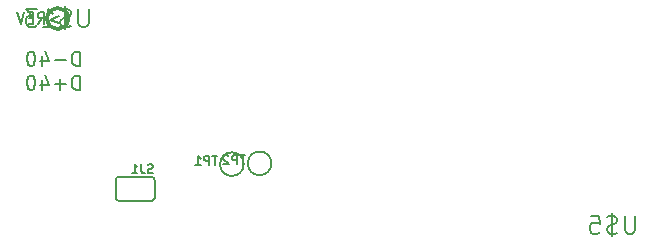
<source format=gbr>
G04 #@! TF.FileFunction,Legend,Bot*
%FSLAX46Y46*%
G04 Gerber Fmt 4.6, Leading zero omitted, Abs format (unit mm)*
G04 Created by KiCad (PCBNEW 4.0.6) date Monday, September 17, 2018 'PMt' 12:21:56 PM*
%MOMM*%
%LPD*%
G01*
G04 APERTURE LIST*
%ADD10C,0.100000*%
%ADD11C,0.203200*%
%ADD12C,0.304800*%
%ADD13C,0.138988*%
%ADD14C,0.150000*%
%ADD15C,0.146304*%
%ADD16C,0.127000*%
G04 APERTURE END LIST*
D10*
D11*
X142643100Y-111226600D02*
G75*
G03X142643100Y-111226600I-1000000J0D01*
G01*
X144992600Y-111163100D02*
G75*
G03X144992600Y-111163100I-1000000J0D01*
G01*
D12*
X127798000Y-98900000D02*
G75*
G03X127798000Y-98900000I-898000J0D01*
G01*
D11*
X132054600Y-114338100D02*
X134848600Y-114338100D01*
X131800600Y-112560100D02*
G75*
G02X132054600Y-112306100I254000J0D01*
G01*
X134848600Y-112306100D02*
G75*
G02X135102600Y-112560100I0J-254000D01*
G01*
X134848600Y-114338100D02*
G75*
G03X135102600Y-114084100I0J254000D01*
G01*
X131800600Y-114084100D02*
G75*
G03X132054600Y-114338100I254000J0D01*
G01*
X131800600Y-114084100D02*
X131800600Y-112560100D01*
X135102600Y-114084100D02*
X135102600Y-112560100D01*
X134848600Y-112306100D02*
X132054600Y-112306100D01*
D13*
X140426561Y-110544670D02*
X139985327Y-110544670D01*
X140205944Y-111316830D02*
X140205944Y-110544670D01*
X139727940Y-111316830D02*
X139727940Y-110544670D01*
X139433784Y-110544670D01*
X139360245Y-110581440D01*
X139323476Y-110618210D01*
X139286706Y-110691749D01*
X139286706Y-110802057D01*
X139323476Y-110875596D01*
X139360245Y-110912366D01*
X139433784Y-110949135D01*
X139727940Y-110949135D01*
X138551316Y-111316830D02*
X138992550Y-111316830D01*
X138771933Y-111316830D02*
X138771933Y-110544670D01*
X138845472Y-110654979D01*
X138919011Y-110728518D01*
X138992550Y-110765288D01*
X142776061Y-110481170D02*
X142334827Y-110481170D01*
X142555444Y-111253330D02*
X142555444Y-110481170D01*
X142077440Y-111253330D02*
X142077440Y-110481170D01*
X141783284Y-110481170D01*
X141709745Y-110517940D01*
X141672976Y-110554710D01*
X141636206Y-110628249D01*
X141636206Y-110738557D01*
X141672976Y-110812096D01*
X141709745Y-110848866D01*
X141783284Y-110885635D01*
X142077440Y-110885635D01*
X141342050Y-110554710D02*
X141305280Y-110517940D01*
X141231741Y-110481170D01*
X141047894Y-110481170D01*
X140974355Y-110517940D01*
X140937585Y-110554710D01*
X140900816Y-110628249D01*
X140900816Y-110701788D01*
X140937585Y-110812096D01*
X141378819Y-111253330D01*
X140900816Y-111253330D01*
D14*
X129512572Y-98065429D02*
X129512572Y-99299143D01*
X129440000Y-99444286D01*
X129367429Y-99516857D01*
X129222286Y-99589429D01*
X128932000Y-99589429D01*
X128786858Y-99516857D01*
X128714286Y-99444286D01*
X128641715Y-99299143D01*
X128641715Y-98065429D01*
X127988572Y-99516857D02*
X127770858Y-99589429D01*
X127408001Y-99589429D01*
X127262858Y-99516857D01*
X127190287Y-99444286D01*
X127117715Y-99299143D01*
X127117715Y-99154000D01*
X127190287Y-99008857D01*
X127262858Y-98936286D01*
X127408001Y-98863714D01*
X127698287Y-98791143D01*
X127843429Y-98718571D01*
X127916001Y-98646000D01*
X127988572Y-98500857D01*
X127988572Y-98355714D01*
X127916001Y-98210571D01*
X127843429Y-98138000D01*
X127698287Y-98065429D01*
X127335429Y-98065429D01*
X127117715Y-98138000D01*
X127553144Y-97847714D02*
X127553144Y-99807143D01*
X125666286Y-99589429D02*
X126537143Y-99589429D01*
X126101715Y-99589429D02*
X126101715Y-98065429D01*
X126246858Y-98283143D01*
X126392000Y-98428286D01*
X126537143Y-98500857D01*
X125158286Y-98065429D02*
X124214857Y-98065429D01*
X124722857Y-98646000D01*
X124505143Y-98646000D01*
X124360000Y-98718571D01*
X124287429Y-98791143D01*
X124214857Y-98936286D01*
X124214857Y-99299143D01*
X124287429Y-99444286D01*
X124360000Y-99516857D01*
X124505143Y-99589429D01*
X124940571Y-99589429D01*
X125085714Y-99516857D01*
X125158286Y-99444286D01*
D11*
X126970190Y-98710571D02*
X126234800Y-98986343D01*
X126970190Y-99262114D01*
X125223638Y-99354038D02*
X125545371Y-98894419D01*
X125775180Y-99354038D02*
X125775180Y-98388838D01*
X125407485Y-98388838D01*
X125315561Y-98434800D01*
X125269600Y-98480762D01*
X125223638Y-98572686D01*
X125223638Y-98710571D01*
X125269600Y-98802495D01*
X125315561Y-98848457D01*
X125407485Y-98894419D01*
X125775180Y-98894419D01*
X124809980Y-98848457D02*
X124488247Y-98848457D01*
X124350361Y-99354038D02*
X124809980Y-99354038D01*
X124809980Y-98388838D01*
X124350361Y-98388838D01*
X124074590Y-98388838D02*
X123752857Y-99354038D01*
X123431124Y-98388838D01*
D15*
X134955522Y-111978561D02*
X134845213Y-112015330D01*
X134661366Y-112015330D01*
X134587827Y-111978561D01*
X134551057Y-111941791D01*
X134514288Y-111868252D01*
X134514288Y-111794713D01*
X134551057Y-111721174D01*
X134587827Y-111684405D01*
X134661366Y-111647635D01*
X134808444Y-111610866D01*
X134881983Y-111574096D01*
X134918752Y-111537327D01*
X134955522Y-111463788D01*
X134955522Y-111390249D01*
X134918752Y-111316710D01*
X134881983Y-111279940D01*
X134808444Y-111243170D01*
X134624596Y-111243170D01*
X134514288Y-111279940D01*
X133962745Y-111243170D02*
X133962745Y-111794713D01*
X133999515Y-111905022D01*
X134073054Y-111978561D01*
X134183362Y-112015330D01*
X134256901Y-112015330D01*
X133190586Y-112015330D02*
X133631820Y-112015330D01*
X133411203Y-112015330D02*
X133411203Y-111243170D01*
X133484742Y-111353479D01*
X133558281Y-111427018D01*
X133631820Y-111463788D01*
D16*
X128782838Y-104946148D02*
X128782838Y-103739648D01*
X128495576Y-103739648D01*
X128323219Y-103797100D01*
X128208314Y-103912005D01*
X128150862Y-104026910D01*
X128093410Y-104256719D01*
X128093410Y-104429076D01*
X128150862Y-104658886D01*
X128208314Y-104773790D01*
X128323219Y-104888695D01*
X128495576Y-104946148D01*
X128782838Y-104946148D01*
X127576338Y-104486529D02*
X126657100Y-104486529D01*
X127116719Y-104946148D02*
X127116719Y-104026910D01*
X125565505Y-104141814D02*
X125565505Y-104946148D01*
X125852767Y-103682195D02*
X126140028Y-104543981D01*
X125393148Y-104543981D01*
X124703719Y-103739648D02*
X124588814Y-103739648D01*
X124473909Y-103797100D01*
X124416457Y-103854552D01*
X124359004Y-103969457D01*
X124301552Y-104199267D01*
X124301552Y-104486529D01*
X124359004Y-104716338D01*
X124416457Y-104831243D01*
X124473909Y-104888695D01*
X124588814Y-104946148D01*
X124703719Y-104946148D01*
X124818623Y-104888695D01*
X124876076Y-104831243D01*
X124933528Y-104716338D01*
X124990980Y-104486529D01*
X124990980Y-104199267D01*
X124933528Y-103969457D01*
X124876076Y-103854552D01*
X124818623Y-103797100D01*
X124703719Y-103739648D01*
X128782838Y-102914148D02*
X128782838Y-101707648D01*
X128495576Y-101707648D01*
X128323219Y-101765100D01*
X128208314Y-101880005D01*
X128150862Y-101994910D01*
X128093410Y-102224719D01*
X128093410Y-102397076D01*
X128150862Y-102626886D01*
X128208314Y-102741790D01*
X128323219Y-102856695D01*
X128495576Y-102914148D01*
X128782838Y-102914148D01*
X127576338Y-102454529D02*
X126657100Y-102454529D01*
X125565505Y-102109814D02*
X125565505Y-102914148D01*
X125852767Y-101650195D02*
X126140028Y-102511981D01*
X125393148Y-102511981D01*
X124703719Y-101707648D02*
X124588814Y-101707648D01*
X124473909Y-101765100D01*
X124416457Y-101822552D01*
X124359004Y-101937457D01*
X124301552Y-102167267D01*
X124301552Y-102454529D01*
X124359004Y-102684338D01*
X124416457Y-102799243D01*
X124473909Y-102856695D01*
X124588814Y-102914148D01*
X124703719Y-102914148D01*
X124818623Y-102856695D01*
X124876076Y-102799243D01*
X124933528Y-102684338D01*
X124990980Y-102454529D01*
X124990980Y-102167267D01*
X124933528Y-101937457D01*
X124876076Y-101822552D01*
X124818623Y-101765100D01*
X124703719Y-101707648D01*
D14*
X175787957Y-115599029D02*
X175787957Y-116832743D01*
X175715385Y-116977886D01*
X175642814Y-117050457D01*
X175497671Y-117123029D01*
X175207385Y-117123029D01*
X175062243Y-117050457D01*
X174989671Y-116977886D01*
X174917100Y-116832743D01*
X174917100Y-115599029D01*
X174263957Y-117050457D02*
X174046243Y-117123029D01*
X173683386Y-117123029D01*
X173538243Y-117050457D01*
X173465672Y-116977886D01*
X173393100Y-116832743D01*
X173393100Y-116687600D01*
X173465672Y-116542457D01*
X173538243Y-116469886D01*
X173683386Y-116397314D01*
X173973672Y-116324743D01*
X174118814Y-116252171D01*
X174191386Y-116179600D01*
X174263957Y-116034457D01*
X174263957Y-115889314D01*
X174191386Y-115744171D01*
X174118814Y-115671600D01*
X173973672Y-115599029D01*
X173610814Y-115599029D01*
X173393100Y-115671600D01*
X173828529Y-115381314D02*
X173828529Y-117340743D01*
X172014243Y-115599029D02*
X172739957Y-115599029D01*
X172812528Y-116324743D01*
X172739957Y-116252171D01*
X172594814Y-116179600D01*
X172231957Y-116179600D01*
X172086814Y-116252171D01*
X172014243Y-116324743D01*
X171941671Y-116469886D01*
X171941671Y-116832743D01*
X172014243Y-116977886D01*
X172086814Y-117050457D01*
X172231957Y-117123029D01*
X172594814Y-117123029D01*
X172739957Y-117050457D01*
X172812528Y-116977886D01*
M02*

</source>
